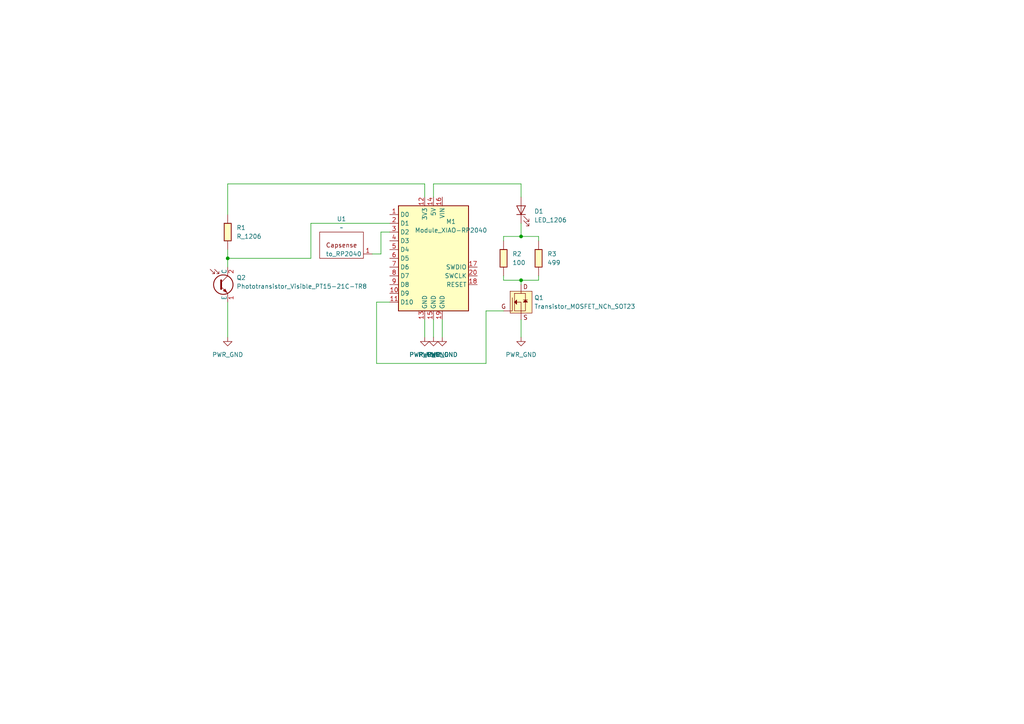
<source format=kicad_sch>
(kicad_sch (version 20250114) (generator "eeschema") (generator_version "9.0")
  (paper "A4")
  (lib_symbols
    (symbol "fab:LED_1206" (pin_numbers (hide yes)) (pin_names (offset 1.016) (hide yes))
      (property "Reference" "D" (at 0 2.54 0))
      (property "Value" "LED_1206" (at 0 -2.54 0))
      (symbol "LED_1206_0_1"
        (polyline (pts (xy -3.048 -0.762) (xy -4.572 -2.286) (xy -3.81 -2.286) (xy -4.572 -2.286) (xy -4.572 -1.524)))
        (polyline (pts (xy -1.778 -0.762) (xy -3.302 -2.286) (xy -2.54 -2.286) (xy -3.302 -2.286) (xy -3.302 -1.524)))
        (polyline (pts (xy -1.27 0) (xy 1.27 0)))
        (polyline (pts (xy -1.27 -1.27) (xy -1.27 1.27)) (stroke (width 0.2032)))
        (polyline (pts (xy 1.27 -1.27) (xy 1.27 1.27) (xy -1.27 0) (xy 1.27 -1.27)) (stroke (width 0.2032)))
      )
      (symbol "LED_1206_1_1"
        (pin passive line (at -3.81 0 0) (length 2.54) (name "K") (number "1"))
        (pin passive line (at 3.81 0 180) (length 2.54) (name "A") (number "2"))
      )
    )
    (symbol "fab:Module_XIAO-RP2040"
      (property "Reference" "M" (at -10.16 16.51 0))
      (property "Value" "Module_XIAO-RP2040" (at 3.81 16.51 0))
      (symbol "Module_XIAO-RP2040_1_1"
        (rectangle (start -10.16 15.24) (end 10.16 -15.24) (stroke (width 0.254)) (fill (type background)))
        (pin bidirectional line (at -12.7 12.7 0) (length 2.54) (name "D0") (number "1"))
        (pin bidirectional line (at -12.7 10.16 0) (length 2.54) (name "D1") (number "2"))
        (pin bidirectional line (at -12.7 7.62 0) (length 2.54) (name "D2") (number "3"))
        (pin bidirectional line (at -12.7 5.08 0) (length 2.54) (name "D3") (number "4"))
        (pin bidirectional line (at -12.7 2.54 0) (length 2.54) (name "D4") (number "5"))
        (pin bidirectional line (at -12.7 0 0) (length 2.54) (name "D5") (number "6"))
        (pin bidirectional line (at -12.7 -2.54 0) (length 2.54) (name "D6") (number "7"))
        (pin bidirectional line (at -12.7 -5.08 0) (length 2.54) (name "D7") (number "8"))
        (pin bidirectional line (at -12.7 -7.62 0) (length 2.54) (name "D8") (number "9"))
        (pin bidirectional line (at -12.7 -10.16 0) (length 2.54) (name "D9") (number "10"))
        (pin bidirectional line (at -12.7 -12.7 0) (length 2.54) (name "D10") (number "11"))
        (pin power_in line (at -2.54 17.78 270) (length 2.54) (name "3V3") (number "12"))
        (pin power_in line (at -2.54 -17.78 90) (length 2.54) (name "GND") (number "13"))
        (pin power_in line (at 0 17.78 270) (length 2.54) (name "5V") (number "14"))
        (pin power_in line (at 0 -17.78 90) (length 2.54) (name "GND") (number "15"))
        (pin power_in line (at 2.54 17.78 270) (length 2.54) (name "VIN") (number "16"))
        (pin power_in line (at 2.54 -17.78 90) (length 2.54) (name "GND") (number "19"))
        (pin bidirectional line (at 12.7 -2.54 180) (length 2.54) (name "SWDIO") (number "17"))
        (pin input line (at 12.7 -5.08 180) (length 2.54) (name "SWCLK") (number "20"))
        (pin input line (at 12.7 -7.62 180) (length 2.54) (name "RESET") (number "18"))
      )
    )
    (symbol "fab:PWR_GND" (power) (pin_names (offset 0))
      (property "Value" "PWR_GND" (at 0 -3.81 0))
      (symbol "PWR_GND_0_1"
        (polyline (pts (xy 0 0) (xy 0 -1.27) (xy 1.27 -1.27) (xy 0 -2.54) (xy -1.27 -1.27) (xy 0 -1.27)))
      )
      (symbol "PWR_GND_1_1"
        (pin power_in line (at 0 0 270) (length 0) (hide yes) (name "PWR_GND") (number "1"))
      )
    )
    (symbol "fab:Phototransistor_Visible_PT15-21C-TR8" (pin_names (offset 0))
      (property "Reference" "Q" (at 2.54 1.27 0))
      (property "Value" "Phototransistor_Visible_PT15-21C-TR8" (at 2.54 -1.27 0))
      (symbol "Phototransistor_Visible_PT15-21C-TR8_0_1"
        (polyline (pts (xy -5.08 4.445) (xy -3.81 3.175) (xy -3.81 3.81)))
        (polyline (pts (xy -3.81 4.445) (xy -2.54 3.175) (xy -2.54 3.81)))
        (polyline (pts (xy -3.81 3.175) (xy -4.445 3.175)))
        (polyline (pts (xy -2.54 3.175) (xy -3.175 3.175)))
        (polyline (pts (xy -1.905 1.27) (xy -1.905 -1.27) (xy -1.905 -1.27)) (stroke (width 0.508)))
        (polyline (pts (xy -1.905 0.635) (xy 0 2.54)))
        (polyline (pts (xy -1.905 -0.635) (xy 0 -2.54) (xy 0 -2.54)))
        (circle (center -1.27 0) (radius 2.8194) (stroke (width 0.254)))
        (polyline (pts (xy -1.27 -1.778) (xy -0.762 -1.27) (xy -0.254 -2.286) (xy -1.27 -1.778) (xy -1.27 -1.778)) (fill (type outline)))
      )
      (symbol "Phototransistor_Visible_PT15-21C-TR8_1_1"
        (pin passive line (at 0 5.08 270) (length 2.54) (name "C") (number "2"))
        (pin passive line (at 0 -5.08 90) (length 2.54) (name "E") (number "1"))
      )
    )
    (symbol "fab:R_1206" (pin_numbers (hide yes)) (pin_names (offset 0))
      (property "Reference" "R" (at 2.54 0 90))
      (property "Value" "R_1206" (at -2.54 0 90))
      (symbol "R_1206_0_1"
        (rectangle (start -1.016 -2.54) (end 1.016 2.54) (stroke (width 0.254)) (fill (type background)))
      )
      (symbol "R_1206_1_1"
        (pin passive line (at 0 5.08 270) (length 2.54) (name "~") (number "1"))
        (pin passive line (at 0 -5.08 90) (length 2.54) (name "~") (number "2"))
      )
    )
    (symbol "fab:Transistor_MOSFET_NCh_SOT23" (pin_numbers (hide yes)) (pin_names (offset 1.016) (hide yes))
      (property "Reference" "Q" (at 3.81 1.27 0))
      (property "Value" "Transistor_MOSFET_NCh_SOT23" (at 3.81 -1.27 0))
      (symbol "Transistor_MOSFET_NCh_SOT23_0_1"
        (polyline (pts (xy 0 2.54) (xy 1.27 2.54) (xy 1.27 -2.54) (xy 0 -2.54)))
      )
      (symbol "Transistor_MOSFET_NCh_SOT23_1_0"
        (text "G" (at -5.08 -1.27 0) (effects (font (size 1.27 1.27))))
        (text "D" (at 1.27 4.445 0) (effects (font (size 1.27 1.27))))
        (text "S" (at 1.27 -4.445 0) (effects (font (size 1.27 1.27))))
      )
      (symbol "Transistor_MOSFET_NCh_SOT23_1_1"
        (rectangle (start -3.175 3.175) (end 3.175 -3.175) (fill (type background)))
        (polyline (pts (xy -2.54 -2.54) (xy -2.54 1.27)) (stroke (width 0.15)))
        (polyline (pts (xy -1.905 2.54) (xy -1.905 -2.54)) (stroke (width 0.15)))
        (polyline (pts (xy -1.905 0) (xy -1.27 0.635) (xy -1.27 -0.635) (xy -1.905 0)) (fill (type outline)))
        (polyline (pts (xy -1.905 -2.54) (xy 0 -2.54)) (stroke (width 0.15)))
        (polyline (pts (xy 0 2.54) (xy -1.905 2.54)) (stroke (width 0.15)))
        (polyline (pts (xy 0 -2.54) (xy 0 0) (xy -1.905 0)) (stroke (width 0.15)))
        (polyline (pts (xy 0.635 0.635) (xy 1.905 0.635)) (stroke (width 0.15)))
        (polyline (pts (xy 1.27 0.635) (xy 1.905 0) (xy 0.635 0) (xy 1.27 0.635)) (fill (type outline)))
        (pin passive line (at -5.08 -2.54 0) (length 2.54) (name "G") (number "1"))
        (pin passive line (at 0 5.08 270) (length 2.54) (name "D") (number "3"))
        (pin passive line (at 0 -5.08 90) (length 2.54) (name "S") (number "2"))
      )
    )
    (symbol "pads:Capsense"
      (property "Reference" "U1" (at 0 2.54 0))
      (property "Value" "~" (at 0 0 0))
      (symbol "Capsense_1_1"
        (text_box "Capsense" (at -6.35 -1.27 0) (size 12.7 -7.62) (margins 1.016 1.016 1.016 1.016) (effects (font (size 1.27 1.27))))
        (pin bidirectional line (at 8.89 -7.62 180) (length 2.54) (name "to_RP2040") (number "1"))
      )
    )
  )
  (junction (at 66.04 74.93))
  (junction (at 151.13 81.28))
  (junction (at 151.13 68.58))
  (wire (pts (xy 146.05 81.28) (xy 146.05 80.01)))
  (wire (pts (xy 66.04 53.34) (xy 66.04 62.23)))
  (wire (pts (xy 156.21 68.58) (xy 151.13 68.58)))
  (wire (pts (xy 90.17 64.77) (xy 113.03 64.77)))
  (wire (pts (xy 140.97 90.17) (xy 140.97 105.41)))
  (wire (pts (xy 151.13 64.77) (xy 151.13 68.58)))
  (wire (pts (xy 123.19 92.71) (xy 123.19 97.79)))
  (wire (pts (xy 107.95 73.66) (xy 110.49 73.66)))
  (wire (pts (xy 90.17 74.93) (xy 90.17 64.77)))
  (wire (pts (xy 146.05 90.17) (xy 140.97 90.17)))
  (wire (pts (xy 125.73 92.71) (xy 125.73 97.79)))
  (wire (pts (xy 156.21 80.01) (xy 156.21 81.28)))
  (wire (pts (xy 125.73 57.15) (xy 125.73 53.34)))
  (wire (pts (xy 128.27 92.71) (xy 128.27 97.79)))
  (wire (pts (xy 110.49 73.66) (xy 110.49 67.31)))
  (wire (pts (xy 156.21 69.85) (xy 156.21 68.58)))
  (wire (pts (xy 66.04 74.93) (xy 90.17 74.93)))
  (wire (pts (xy 110.49 67.31) (xy 113.03 67.31)))
  (wire (pts (xy 140.97 105.41) (xy 109.22 105.41)))
  (wire (pts (xy 151.13 92.71) (xy 151.13 97.79)))
  (wire (pts (xy 146.05 68.58) (xy 151.13 68.58)))
  (wire (pts (xy 123.19 53.34) (xy 66.04 53.34)))
  (wire (pts (xy 66.04 87.63) (xy 66.04 97.79)))
  (wire (pts (xy 109.22 105.41) (xy 109.22 87.63)))
  (wire (pts (xy 109.22 87.63) (xy 113.03 87.63)))
  (wire (pts (xy 151.13 81.28) (xy 151.13 82.55)))
  (wire (pts (xy 66.04 72.39) (xy 66.04 74.93)))
  (wire (pts (xy 151.13 81.28) (xy 146.05 81.28)))
  (wire (pts (xy 151.13 53.34) (xy 151.13 57.15)))
  (wire (pts (xy 125.73 53.34) (xy 151.13 53.34)))
  (wire (pts (xy 151.13 81.28) (xy 156.21 81.28)))
  (wire (pts (xy 146.05 69.85) (xy 146.05 68.58)))
  (wire (pts (xy 123.19 57.15) (xy 123.19 53.34)))
  (wire (pts (xy 66.04 74.93) (xy 66.04 77.47)))
  (symbol (lib_id "fab:LED_1206") (at 151.13 60.96 90) (unit 1)
    (property "Reference" "D1" (at 154.94 61.2901 90) (effects (justify right)))
    (property "Value" "LED_1206" (at 154.94 63.8301 90) (effects (justify right)))
    (property "Footprint" "fab:LED_1206" (effects (hide yes)))
    (property "Datasheet" "https://optoelectronics.liteon.com/upload/download/DS-22-98-0002/LTST-C150CKT.pdf" (effects (hide yes)))
    (property "Description" "Light emitting diode, Lite-On Inc. LTST, SMD" (effects (hide yes)))
  )
  (symbol (lib_id "fab:PWR_GND") (at 151.13 97.79 0) (unit 1)
    (property "Reference" "#PWR01" (effects (hide yes)))
    (property "Value" "PWR_GND" (at 151.13 102.87 0))
    (property "Description" "Power symbol creates a global label with name \"GND\" , ground" (effects (hide yes)))
  )
  (symbol (lib_id "fab:R_1206") (at 156.21 74.93 0) (unit 1)
    (property "Reference" "R3" (at 158.75 73.6599 0) (effects (justify left)))
    (property "Value" "499" (at 158.75 76.1999 0) (effects (justify left)))
    (property "Footprint" "fab:R_1206" (effects (hide yes)))
    (property "Description" "Resistor" (effects (hide yes)))
  )
  (symbol (lib_id "fab:PWR_GND") (at 128.27 97.79 0) (unit 1)
    (property "Reference" "#PWR05" (effects (hide yes)))
    (property "Value" "PWR_GND" (at 128.27 102.87 0))
    (property "Description" "Power symbol creates a global label with name \"GND\" , ground" (effects (hide yes)))
  )
  (symbol (lib_id "fab:Phototransistor_Visible_PT15-21C-TR8") (at 66.04 82.55 0) (unit 1)
    (property "Reference" "Q2" (at 68.58 80.5306 0) (effects (justify left)))
    (property "Value" "Phototransistor_Visible_PT15-21C-TR8" (at 68.58 83.0706 0) (effects (justify left)))
    (property "Footprint" "fab:Q_1206" (effects (hide yes)))
    (property "Datasheet" "https://www.everlight.com/file/ProductFile/PT15-21C-TR8.pdf" (effects (hide yes)))
    (property "Description" "PT15-21C/TR8 is a phototransistor in miniature SMD package which is molded in a water clear with flat top view lens. The device is Spectrally matched to visible AND infrared emitting diode." (effects (hide yes)))
  )
  (symbol (lib_id "fab:Module_XIAO-RP2040") (at 125.73 74.93 0) (unit 1)
    (property "Reference" "M1" (at 130.81 64.262 0))
    (property "Value" "Module_XIAO-RP2040" (at 130.81 66.802 0))
    (property "Footprint" "fab:SeeedStudio_XIAO_RP2040_no_holes" (effects (hide yes)))
    (property "Datasheet" "https://wiki.seeedstudio.com/XIAO-RP2040/" (effects (hide yes)))
    (property "Description" "RP2040 XIAO RP2040 - ARM® Dual-Core Cortex®-M0+ MCU 32-Bit Embedded Evaluation Board" (effects (hide yes)))
  )
  (symbol (lib_id "fab:PWR_GND") (at 125.73 97.79 0) (unit 1)
    (property "Reference" "#PWR04" (effects (hide yes)))
    (property "Value" "PWR_GND" (at 125.73 102.87 0))
    (property "Description" "Power symbol creates a global label with name \"GND\" , ground" (effects (hide yes)))
  )
  (symbol (lib_id "pads:Capsense") (at 99.06 66.04 0) (unit 1)
    (property "Reference" "U1" (at 99.06 63.5 0))
    (property "Value" "~" (at 99.06 66.04 0))
    (property "Footprint" "pads:lamp_pad" (effects (hide yes)))
  )
  (symbol (lib_id "fab:Transistor_MOSFET_NCh_SOT23") (at 151.13 87.63 0) (unit 1)
    (property "Reference" "Q1" (at 154.94 86.3599 0) (effects (justify left)))
    (property "Value" "Transistor_MOSFET_NCh_SOT23" (at 154.94 88.8999 0) (effects (justify left)))
    (property "Footprint" "fab:SOT-23-3" (effects (hide yes)))
    (property "Datasheet" "https://www.onsemi.com/pub/Collateral/NDS355AN-D.PDF" (effects (hide yes)))
    (property "Description" "N-Channel mosfet NDS355AN in SOT-23 package" (effects (hide yes)))
  )
  (symbol (lib_id "fab:PWR_GND") (at 66.04 97.79 0) (unit 1)
    (property "Reference" "#PWR03" (effects (hide yes)))
    (property "Value" "PWR_GND" (at 66.04 102.87 0))
    (property "Description" "Power symbol creates a global label with name \"GND\" , ground" (effects (hide yes)))
  )
  (symbol (lib_id "fab:R_1206") (at 66.04 67.31 0) (unit 1)
    (property "Reference" "R1" (at 68.58 66.0399 0) (effects (justify left)))
    (property "Value" "R_1206" (at 68.58 68.5799 0) (effects (justify left)))
    (property "Footprint" "fab:R_1206" (effects (hide yes)))
    (property "Description" "Resistor" (effects (hide yes)))
  )
  (symbol (lib_id "fab:PWR_GND") (at 123.19 97.79 0) (unit 1)
    (property "Reference" "#PWR02" (effects (hide yes)))
    (property "Value" "PWR_GND" (at 123.19 102.87 0))
    (property "Description" "Power symbol creates a global label with name \"GND\" , ground" (effects (hide yes)))
  )
  (symbol (lib_id "fab:R_1206") (at 146.05 74.93 0) (unit 1)
    (property "Reference" "R2" (at 148.59 73.6599 0) (effects (justify left)))
    (property "Value" "100" (at 148.59 76.1999 0) (effects (justify left)))
    (property "Footprint" "fab:R_1206" (effects (hide yes)))
    (property "Description" "Resistor" (effects (hide yes)))
  )
)
</source>
